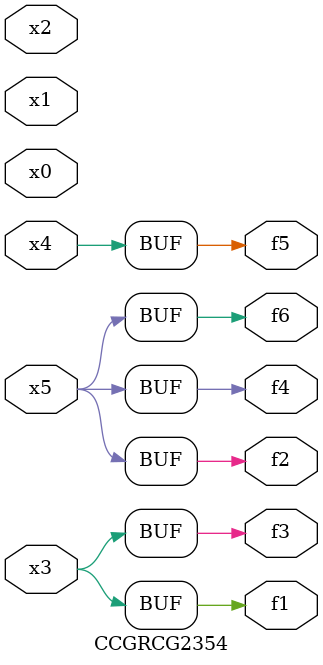
<source format=v>
module CCGRCG2354(
	input x0, x1, x2, x3, x4, x5,
	output f1, f2, f3, f4, f5, f6
);
	assign f1 = x3;
	assign f2 = x5;
	assign f3 = x3;
	assign f4 = x5;
	assign f5 = x4;
	assign f6 = x5;
endmodule

</source>
